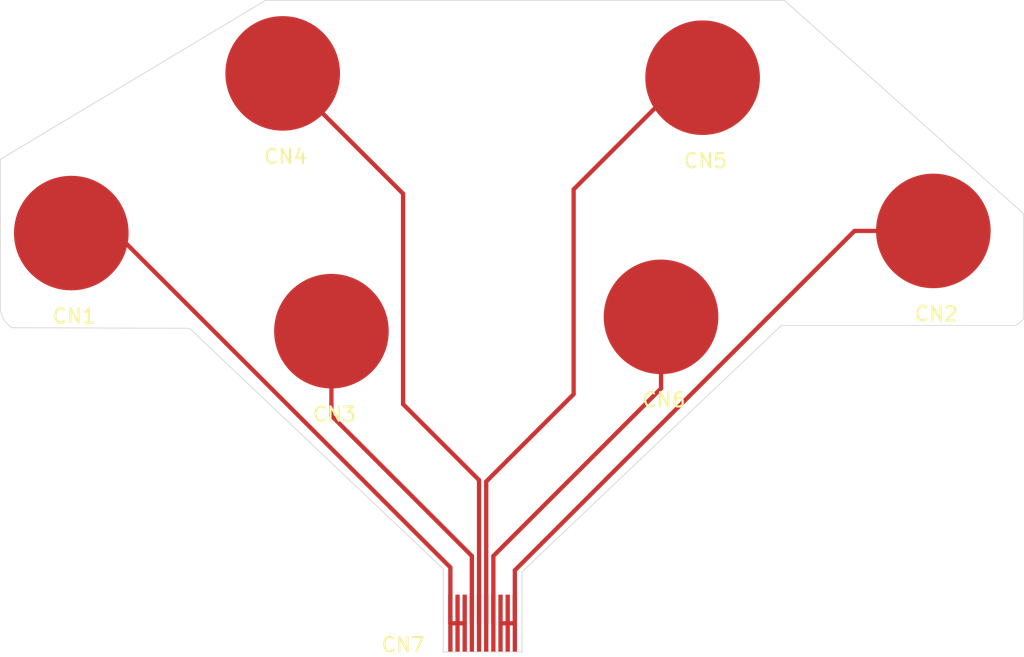
<source format=kicad_pcb>
(kicad_pcb (version 20171130) (host pcbnew "(5.1.10)-1")

  (general
    (thickness 1.6)
    (drawings 15)
    (tracks 25)
    (zones 0)
    (modules 7)
    (nets 7)
  )

  (page User 148.006 105.004)
  (title_block
    (title "VR EEG electrode pad / JGSHIN")
    (rev 1.0)
    (company DGMIF)
  )

  (layers
    (0 F.Cu signal)
    (31 B.Cu signal)
    (32 B.Adhes user)
    (33 F.Adhes user)
    (34 B.Paste user)
    (35 F.Paste user)
    (36 B.SilkS user)
    (37 F.SilkS user)
    (38 B.Mask user)
    (39 F.Mask user)
    (40 Dwgs.User user)
    (41 Cmts.User user)
    (42 Eco1.User user)
    (43 Eco2.User user)
    (44 Edge.Cuts user)
    (45 Margin user)
    (46 B.CrtYd user)
    (47 F.CrtYd user)
    (48 B.Fab user)
    (49 F.Fab user hide)
  )

  (setup
    (last_trace_width 0.3)
    (trace_clearance 0.1)
    (zone_clearance 0.508)
    (zone_45_only no)
    (trace_min 0.2)
    (via_size 0.8)
    (via_drill 0.4)
    (via_min_size 0.4)
    (via_min_drill 0.3)
    (uvia_size 0.3)
    (uvia_drill 0.1)
    (uvias_allowed no)
    (uvia_min_size 0.2)
    (uvia_min_drill 0.1)
    (edge_width 0.05)
    (segment_width 0.2)
    (pcb_text_width 0.3)
    (pcb_text_size 1.5 1.5)
    (mod_edge_width 0.12)
    (mod_text_size 1 1)
    (mod_text_width 0.15)
    (pad_size 1.524 1.524)
    (pad_drill 0.762)
    (pad_to_mask_clearance 0)
    (aux_axis_origin 0 0)
    (visible_elements FFFFFF7F)
    (pcbplotparams
      (layerselection 0x010fc_ffffffff)
      (usegerberextensions false)
      (usegerberattributes true)
      (usegerberadvancedattributes true)
      (creategerberjobfile true)
      (excludeedgelayer true)
      (linewidth 0.100000)
      (plotframeref false)
      (viasonmask false)
      (mode 1)
      (useauxorigin false)
      (hpglpennumber 1)
      (hpglpenspeed 20)
      (hpglpendiameter 15.000000)
      (psnegative false)
      (psa4output false)
      (plotreference true)
      (plotvalue true)
      (plotinvisibletext false)
      (padsonsilk false)
      (subtractmaskfromsilk false)
      (outputformat 1)
      (mirror false)
      (drillshape 1)
      (scaleselection 1)
      (outputdirectory ""))
  )

  (net 0 "")
  (net 1 /Reference)
  (net 2 /Ground)
  (net 3 /CH1)
  (net 4 /CH2)
  (net 5 /CH3)
  (net 6 /CH4)

  (net_class Default "This is the default net class."
    (clearance 0.1)
    (trace_width 0.3)
    (via_dia 0.8)
    (via_drill 0.4)
    (uvia_dia 0.3)
    (uvia_drill 0.1)
    (add_net /CH1)
    (add_net /CH2)
    (add_net /CH3)
    (add_net /CH4)
    (add_net /Ground)
    (add_net /Reference)
  )

  (module "jgshin_KiCad_lib:FFC cable 0.5 x 10" (layer F.Cu) (tedit 60FE491A) (tstamp 60FEB841)
    (at 75.6 57.3)
    (path /60FEB38A)
    (fp_text reference CN7 (at -3.3 1.5) (layer F.SilkS)
      (effects (font (size 1 1) (thickness 0.15)))
    )
    (fp_text value FFC0.5x10 (at 2 3) (layer F.Fab)
      (effects (font (size 1 1) (thickness 0.15)))
    )
    (fp_line (start -0.5 2) (end -0.5 -2) (layer Dwgs.User) (width 0.12))
    (fp_line (start -0.5 -2) (end 5 -2) (layer Dwgs.User) (width 0.12))
    (fp_line (start 5 -2) (end 5 2) (layer Dwgs.User) (width 0.12))
    (fp_line (start 5 2) (end -0.5 2) (layer Dwgs.User) (width 0.12))
    (pad 10 smd rect (at 4.5 0) (size 0.3 4) (layers F.Cu F.Paste F.Mask)
      (net 2 /Ground))
    (pad 9 smd rect (at 4 0) (size 0.3 4) (layers F.Cu F.Paste F.Mask)
      (net 2 /Ground))
    (pad 8 smd rect (at 3.5 0) (size 0.3 4) (layers F.Cu F.Paste F.Mask)
      (net 2 /Ground))
    (pad 7 smd rect (at 3 0) (size 0.3 4) (layers F.Cu F.Paste F.Mask)
      (net 6 /CH4))
    (pad 6 smd rect (at 2.5 0) (size 0.3 4) (layers F.Cu F.Paste F.Mask)
      (net 5 /CH3))
    (pad 5 smd rect (at 2 0) (size 0.3 4) (layers F.Cu F.Paste F.Mask)
      (net 4 /CH2))
    (pad 4 smd rect (at 1.5 0) (size 0.3 4) (layers F.Cu F.Paste F.Mask)
      (net 3 /CH1))
    (pad 3 smd rect (at 1 0) (size 0.3 4) (layers F.Cu F.Paste F.Mask)
      (net 1 /Reference))
    (pad 2 smd rect (at 0.5 0) (size 0.3 4) (layers F.Cu F.Paste F.Mask)
      (net 1 /Reference))
    (pad 1 smd rect (at 0 0) (size 0.3 4) (layers F.Cu F.Paste F.Mask)
      (net 1 /Reference))
  )

  (module jgshin_KiCad_lib:electrode_PAD (layer F.Cu) (tedit 60FE46A0) (tstamp 60FEB82F)
    (at 90.5 41.2)
    (path /60FE651A)
    (fp_text reference CN6 (at 0 0.5) (layer F.SilkS)
      (effects (font (size 1 1) (thickness 0.15)))
    )
    (fp_text value electrode_PAD (at 0 -0.5) (layer F.Fab)
      (effects (font (size 1 1) (thickness 0.15)))
    )
    (pad 1 smd circle (at -0.2 -5.3) (size 8 8) (layers F.Cu F.Paste F.Mask)
      (net 6 /CH4))
  )

  (module jgshin_KiCad_lib:electrode_PAD (layer F.Cu) (tedit 60FE46A0) (tstamp 60FEB82A)
    (at 93.4 24.5)
    (path /60FE631A)
    (fp_text reference CN5 (at 0 0.5) (layer F.SilkS)
      (effects (font (size 1 1) (thickness 0.15)))
    )
    (fp_text value electrode_PAD (at 0 -0.5) (layer F.Fab)
      (effects (font (size 1 1) (thickness 0.15)))
    )
    (pad 1 smd circle (at -0.2 -5.3) (size 8 8) (layers F.Cu F.Paste F.Mask)
      (net 5 /CH3))
  )

  (module jgshin_KiCad_lib:electrode_PAD (layer F.Cu) (tedit 60FE46A0) (tstamp 60FEB825)
    (at 64.1 24.2)
    (path /60FE60B4)
    (fp_text reference CN4 (at 0 0.5) (layer F.SilkS)
      (effects (font (size 1 1) (thickness 0.15)))
    )
    (fp_text value electrode_PAD (at 0 -0.5) (layer F.Fab)
      (effects (font (size 1 1) (thickness 0.15)))
    )
    (pad 1 smd circle (at -0.2 -5.3) (size 8 8) (layers F.Cu F.Paste F.Mask)
      (net 4 /CH2))
  )

  (module jgshin_KiCad_lib:electrode_PAD (layer F.Cu) (tedit 60FE46A0) (tstamp 60FEB820)
    (at 67.5 42.2)
    (path /60FE5E40)
    (fp_text reference CN3 (at 0 0.5) (layer F.SilkS)
      (effects (font (size 1 1) (thickness 0.15)))
    )
    (fp_text value electrode_PAD (at 0 -0.5) (layer F.Fab)
      (effects (font (size 1 1) (thickness 0.15)))
    )
    (pad 1 smd circle (at -0.2 -5.3) (size 8 8) (layers F.Cu F.Paste F.Mask)
      (net 3 /CH1))
  )

  (module jgshin_KiCad_lib:electrode_PAD (layer F.Cu) (tedit 60FE46A0) (tstamp 60FEB81B)
    (at 109.5 35.2)
    (path /60FE5BAB)
    (fp_text reference CN2 (at 0 0.5) (layer F.SilkS)
      (effects (font (size 1 1) (thickness 0.15)))
    )
    (fp_text value electrode_PAD (at 0 -0.5) (layer F.Fab)
      (effects (font (size 1 1) (thickness 0.15)))
    )
    (pad 1 smd circle (at -0.2 -5.3) (size 8 8) (layers F.Cu F.Paste F.Mask)
      (net 2 /Ground))
  )

  (module jgshin_KiCad_lib:electrode_PAD (layer F.Cu) (tedit 60FE46A0) (tstamp 60FEB816)
    (at 49.35 35.35)
    (path /60FE3EEE)
    (fp_text reference CN1 (at 0 0.5) (layer F.SilkS)
      (effects (font (size 1 1) (thickness 0.15)))
    )
    (fp_text value electrode_PAD (at 0 -0.5) (layer F.Fab)
      (effects (font (size 1 1) (thickness 0.15)))
    )
    (pad 1 smd circle (at -0.2 -5.3) (size 8 8) (layers F.Cu F.Paste F.Mask)
      (net 1 /Reference))
  )

  (gr_line (start 45.025357 36.657738) (end 57.4 36.7) (layer Edge.Cuts) (width 0.05) (tstamp 60FEBAE6))
  (gr_line (start 44.2 24.9) (end 44.2 35.2) (layer Edge.Cuts) (width 0.05) (tstamp 60FEBAE5))
  (gr_arc (start 45.9 35.2) (end 44.2 35.2) (angle -59.03624347) (layer Edge.Cuts) (width 0.05))
  (gr_line (start 115 36.5) (end 98.7 36.5) (layer Edge.Cuts) (width 0.05) (tstamp 60FEBADE))
  (gr_line (start 115.6 28.7) (end 115.6 36) (layer Edge.Cuts) (width 0.05))
  (gr_arc (start 114.6 35.4) (end 114.999999 36.499999) (angle -39.05313695) (layer Edge.Cuts) (width 0.05))
  (gr_line (start 80.6 53.7) (end 80.6 59.3) (layer Edge.Cuts) (width 0.05) (tstamp 60FEBAD6))
  (gr_line (start 98.7 36.5) (end 80.6 53.7) (layer Edge.Cuts) (width 0.05))
  (gr_line (start 98.9 13.8) (end 115.6 28.7) (layer Edge.Cuts) (width 0.05))
  (gr_line (start 62.7 13.8) (end 98.9 13.8) (layer Edge.Cuts) (width 0.05))
  (gr_line (start 44.2 24.9) (end 62.7 13.8) (layer Edge.Cuts) (width 0.05))
  (gr_line (start 75.1 53.5) (end 57.4 36.7) (layer Edge.Cuts) (width 0.05))
  (gr_line (start 75.1 55.3) (end 75.1 53.5) (layer Edge.Cuts) (width 0.05))
  (gr_line (start 75.1 59.3) (end 75.1 55.3) (layer Edge.Cuts) (width 0.05))
  (gr_line (start 80.6 59.3) (end 75.1 59.3) (layer Edge.Cuts) (width 0.05))

  (segment (start 75.6 53.4) (end 52.25 30.05) (width 0.3) (layer F.Cu) (net 1))
  (segment (start 52.25 30.05) (end 49.15 30.05) (width 0.3) (layer F.Cu) (net 1))
  (segment (start 75.6 57.3) (end 75.6 53.4) (width 0.3) (layer F.Cu) (net 1))
  (segment (start 75.6 57.3) (end 76.1 57.3) (width 0.3) (layer F.Cu) (net 1))
  (segment (start 76.1 57.3) (end 76.6 57.3) (width 0.3) (layer F.Cu) (net 1))
  (segment (start 80.1 57.3) (end 80.1 53.6) (width 0.3) (layer F.Cu) (net 2))
  (segment (start 103.8 29.9) (end 109.3 29.9) (width 0.3) (layer F.Cu) (net 2))
  (segment (start 80.1 53.6) (end 103.8 29.9) (width 0.3) (layer F.Cu) (net 2))
  (segment (start 80.1 57.3) (end 79.6 57.3) (width 0.3) (layer F.Cu) (net 2))
  (segment (start 79.6 57.3) (end 79.1 57.3) (width 0.3) (layer F.Cu) (net 2))
  (segment (start 77.1 57.3) (end 77.1 52.6) (width 0.3) (layer F.Cu) (net 3))
  (segment (start 67.3 42.8) (end 67.3 36.9) (width 0.3) (layer F.Cu) (net 3))
  (segment (start 77.1 52.6) (end 67.3 42.8) (width 0.3) (layer F.Cu) (net 3))
  (segment (start 77.6 57.3) (end 77.6 47.3) (width 0.3) (layer F.Cu) (net 4))
  (segment (start 77.6 47.3) (end 72.3 42) (width 0.3) (layer F.Cu) (net 4))
  (segment (start 72.3 27.3) (end 63.9 18.9) (width 0.3) (layer F.Cu) (net 4))
  (segment (start 72.3 42) (end 72.3 27.3) (width 0.3) (layer F.Cu) (net 4))
  (segment (start 78.1 57.3) (end 78.1 47.4) (width 0.3) (layer F.Cu) (net 5))
  (segment (start 78.1 47.4) (end 84.2 41.3) (width 0.3) (layer F.Cu) (net 5))
  (segment (start 84.2 41.3) (end 84.2 27) (width 0.3) (layer F.Cu) (net 5))
  (segment (start 92 19.2) (end 93.2 19.2) (width 0.3) (layer F.Cu) (net 5))
  (segment (start 84.2 27) (end 92 19.2) (width 0.3) (layer F.Cu) (net 5))
  (segment (start 78.6 57.3) (end 78.6 52.6) (width 0.3) (layer F.Cu) (net 6))
  (segment (start 90.3 40.9) (end 90.3 35.9) (width 0.3) (layer F.Cu) (net 6))
  (segment (start 78.6 52.6) (end 90.3 40.9) (width 0.3) (layer F.Cu) (net 6))

)

</source>
